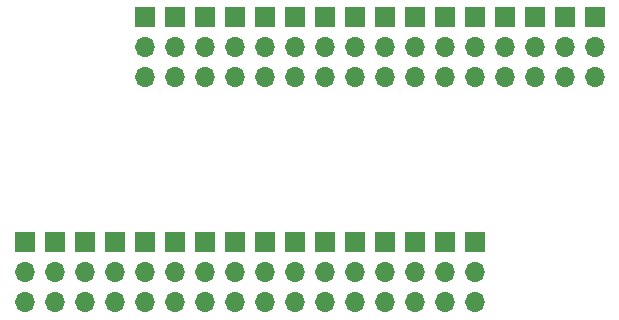
<source format=gbs>
%TF.GenerationSoftware,KiCad,Pcbnew,(5.1.10)-1*%
%TF.CreationDate,2021-11-27T12:55:31-07:00*%
%TF.ProjectId,SandboxBreakout,53616e64-626f-4784-9272-65616b6f7574,rev?*%
%TF.SameCoordinates,Original*%
%TF.FileFunction,Soldermask,Bot*%
%TF.FilePolarity,Negative*%
%FSLAX46Y46*%
G04 Gerber Fmt 4.6, Leading zero omitted, Abs format (unit mm)*
G04 Created by KiCad (PCBNEW (5.1.10)-1) date 2021-11-27 12:55:31*
%MOMM*%
%LPD*%
G01*
G04 APERTURE LIST*
%ADD10O,1.700000X1.700000*%
%ADD11R,1.700000X1.700000*%
G04 APERTURE END LIST*
D10*
X25400000Y-80010000D03*
X25400000Y-77470000D03*
D11*
X25400000Y-74930000D03*
X27940000Y-74930000D03*
D10*
X27940000Y-77470000D03*
X27940000Y-80010000D03*
D11*
X30480000Y-74930000D03*
D10*
X30480000Y-77470000D03*
X30480000Y-80010000D03*
D11*
X33020000Y-74930000D03*
D10*
X33020000Y-77470000D03*
X33020000Y-80010000D03*
X35560000Y-60960000D03*
X35560000Y-58420000D03*
D11*
X35560000Y-55880000D03*
D10*
X38100000Y-60960000D03*
X38100000Y-58420000D03*
D11*
X38100000Y-55880000D03*
D10*
X40640000Y-60960000D03*
X40640000Y-58420000D03*
D11*
X40640000Y-55880000D03*
D10*
X43180000Y-60960000D03*
X43180000Y-58420000D03*
D11*
X43180000Y-55880000D03*
D10*
X35560000Y-80010000D03*
X35560000Y-77470000D03*
D11*
X35560000Y-74930000D03*
D10*
X40640000Y-80010000D03*
X40640000Y-77470000D03*
D11*
X40640000Y-74930000D03*
D10*
X45720000Y-80010000D03*
X45720000Y-77470000D03*
D11*
X45720000Y-74930000D03*
D10*
X55880000Y-80010000D03*
X55880000Y-77470000D03*
D11*
X55880000Y-74930000D03*
D10*
X50800000Y-80010000D03*
X50800000Y-77470000D03*
D11*
X50800000Y-74930000D03*
D10*
X55880000Y-60960000D03*
X55880000Y-58420000D03*
D11*
X55880000Y-55880000D03*
D10*
X60960000Y-60960000D03*
X60960000Y-58420000D03*
D11*
X60960000Y-55880000D03*
D10*
X71120000Y-60960000D03*
X71120000Y-58420000D03*
D11*
X71120000Y-55880000D03*
D10*
X45720000Y-60960000D03*
X45720000Y-58420000D03*
D11*
X45720000Y-55880000D03*
D10*
X66040000Y-60960000D03*
X66040000Y-58420000D03*
D11*
X66040000Y-55880000D03*
D10*
X50800000Y-60960000D03*
X50800000Y-58420000D03*
D11*
X50800000Y-55880000D03*
D10*
X60960000Y-80010000D03*
X60960000Y-77470000D03*
D11*
X60960000Y-74930000D03*
D10*
X38100000Y-80010000D03*
X38100000Y-77470000D03*
D11*
X38100000Y-74930000D03*
D10*
X43180000Y-80010000D03*
X43180000Y-77470000D03*
D11*
X43180000Y-74930000D03*
D10*
X48260000Y-80010000D03*
X48260000Y-77470000D03*
D11*
X48260000Y-74930000D03*
D10*
X48260000Y-60960000D03*
X48260000Y-58420000D03*
D11*
X48260000Y-55880000D03*
D10*
X63500000Y-80010000D03*
X63500000Y-77470000D03*
D11*
X63500000Y-74930000D03*
D10*
X63500000Y-60960000D03*
X63500000Y-58420000D03*
D11*
X63500000Y-55880000D03*
D10*
X73660000Y-60960000D03*
X73660000Y-58420000D03*
D11*
X73660000Y-55880000D03*
D10*
X68580000Y-60960000D03*
X68580000Y-58420000D03*
D11*
X68580000Y-55880000D03*
D10*
X53340000Y-80010000D03*
X53340000Y-77470000D03*
D11*
X53340000Y-74930000D03*
D10*
X58420000Y-60960000D03*
X58420000Y-58420000D03*
D11*
X58420000Y-55880000D03*
D10*
X58420000Y-80010000D03*
X58420000Y-77470000D03*
D11*
X58420000Y-74930000D03*
D10*
X53340000Y-60960000D03*
X53340000Y-58420000D03*
D11*
X53340000Y-55880000D03*
M02*

</source>
